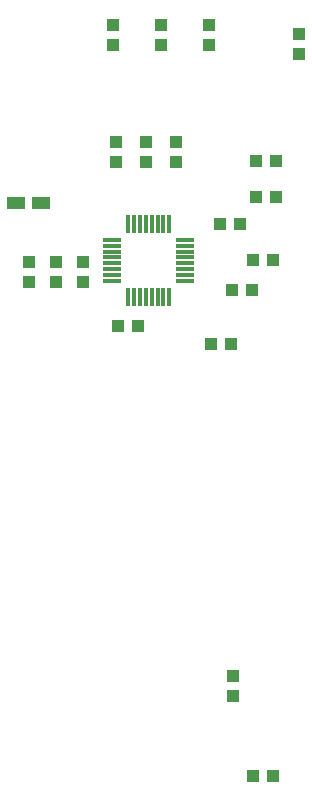
<source format=gbr>
G04 EAGLE Gerber RS-274X export*
G75*
%MOMM*%
%FSLAX34Y34*%
%LPD*%
%INSolderpaste Bottom*%
%IPPOS*%
%AMOC8*
5,1,8,0,0,1.08239X$1,22.5*%
G01*
%ADD10R,1.000000X1.100000*%
%ADD11R,1.100000X1.000000*%
%ADD12R,0.300000X1.600000*%
%ADD13R,1.600000X0.300000*%
%ADD14R,1.500000X1.000000*%


D10*
X274320Y841620D03*
X274320Y824620D03*
X198120Y832240D03*
X198120Y849240D03*
D11*
X138040Y594360D03*
X121040Y594360D03*
D10*
X157480Y832240D03*
X157480Y849240D03*
D12*
X129820Y681240D03*
X134820Y681240D03*
X139820Y681240D03*
X144820Y681240D03*
X149820Y681240D03*
X154820Y681240D03*
X159820Y681240D03*
X164820Y681240D03*
D13*
X178320Y667740D03*
X178320Y662740D03*
X178320Y657740D03*
X178320Y652740D03*
X178320Y647740D03*
X178320Y642740D03*
X178320Y637740D03*
X178320Y632740D03*
D12*
X164820Y619240D03*
X159820Y619240D03*
X154820Y619240D03*
X149820Y619240D03*
X144820Y619240D03*
X139820Y619240D03*
X134820Y619240D03*
X129820Y619240D03*
D13*
X116320Y632740D03*
X116320Y637740D03*
X116320Y642740D03*
X116320Y647740D03*
X116320Y652740D03*
X116320Y657740D03*
X116320Y662740D03*
X116320Y667740D03*
D11*
X116840Y849240D03*
X116840Y832240D03*
D14*
X56245Y698500D03*
X35195Y698500D03*
D10*
X237880Y734060D03*
X254880Y734060D03*
X235340Y213360D03*
X252340Y213360D03*
X237880Y703580D03*
X254880Y703580D03*
X207400Y680720D03*
X224400Y680720D03*
X217560Y624840D03*
X234560Y624840D03*
X235340Y650240D03*
X252340Y650240D03*
D11*
X218440Y298060D03*
X218440Y281060D03*
D10*
X216780Y579120D03*
X199780Y579120D03*
D11*
X170180Y750180D03*
X170180Y733180D03*
X144780Y750180D03*
X144780Y733180D03*
X119380Y750180D03*
X119380Y733180D03*
X45720Y631580D03*
X45720Y648580D03*
X68580Y631580D03*
X68580Y648580D03*
X91440Y631580D03*
X91440Y648580D03*
M02*

</source>
